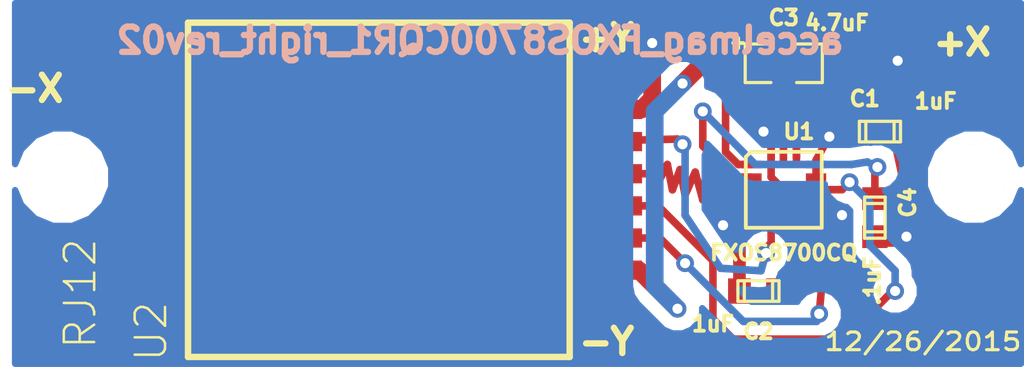
<source format=kicad_pcb>
(kicad_pcb (version 4) (host pcbnew "(2015-08-20 BZR 6109)-product")

  (general
    (links 21)
    (no_connects 0)
    (area 130.5 101.5 171.279762 116.000001)
    (thickness 1.6)
    (drawings 6)
    (tracks 130)
    (zones 0)
    (modules 8)
    (nets 9)
  )

  (page A)
  (layers
    (0 F.Cu signal)
    (31 B.Cu signal)
    (32 B.Adhes user)
    (33 F.Adhes user)
    (34 B.Paste user)
    (35 F.Paste user)
    (36 B.SilkS user)
    (37 F.SilkS user)
    (38 B.Mask user)
    (39 F.Mask user)
    (40 Dwgs.User user)
    (41 Cmts.User user)
    (42 Eco1.User user)
    (43 Eco2.User user)
    (44 Edge.Cuts user)
  )

  (setup
    (last_trace_width 0.5)
    (user_trace_width 0.1)
    (user_trace_width 0.15)
    (user_trace_width 0.2)
    (user_trace_width 0.25)
    (user_trace_width 0.3)
    (user_trace_width 0.35)
    (user_trace_width 0.4)
    (user_trace_width 0.5)
    (user_trace_width 0.6)
    (user_trace_width 0.7)
    (user_trace_width 0.8)
    (user_trace_width 1)
    (trace_clearance 0.05)
    (zone_clearance 0.5)
    (zone_45_only no)
    (trace_min 0.1)
    (segment_width 0.2)
    (edge_width 0.1)
    (via_size 0.7)
    (via_drill 0.4)
    (via_min_size 0.7)
    (via_min_drill 0.4)
    (uvia_size 0.4)
    (uvia_drill 0.127)
    (uvias_allowed no)
    (uvia_min_size 0.4)
    (uvia_min_drill 0.127)
    (pcb_text_width 0.3)
    (pcb_text_size 1.5 1.5)
    (mod_edge_width 0.15)
    (mod_text_size 1 1)
    (mod_text_width 0.15)
    (pad_size 2.60096 1.6002)
    (pad_drill 0)
    (pad_to_mask_clearance 0)
    (aux_axis_origin 0 0)
    (visible_elements 7FFFFFFF)
    (pcbplotparams
      (layerselection 0x00030_80000001)
      (usegerberextensions true)
      (excludeedgelayer true)
      (linewidth 0.150000)
      (plotframeref false)
      (viasonmask false)
      (mode 1)
      (useauxorigin false)
      (hpglpennumber 1)
      (hpglpenspeed 20)
      (hpglpendiameter 15)
      (hpglpenoverlay 2)
      (psnegative false)
      (psa4output false)
      (plotreference true)
      (plotvalue true)
      (plotinvisibletext false)
      (padsonsilk false)
      (subtractmaskfromsilk false)
      (outputformat 1)
      (mirror false)
      (drillshape 0)
      (scaleselection 1)
      (outputdirectory ""))
  )

  (net 0 "")
  (net 1 GND)
  (net 2 INT1)
  (net 3 INT2)
  (net 4 SCL)
  (net 5 SDA)
  (net 6 Vdd)
  (net 7 "Net-(C2-Pad1)")
  (net 8 "Net-(C4-Pad1)")

  (net_class Default "This is the default net class."
    (clearance 0.05)
    (trace_width 0.5)
    (via_dia 0.7)
    (via_drill 0.4)
    (uvia_dia 0.4)
    (uvia_drill 0.127)
    (add_net GND)
    (add_net INT1)
    (add_net INT2)
    (add_net "Net-(C2-Pad1)")
    (add_net "Net-(C4-Pad1)")
    (add_net SCL)
    (add_net SDA)
    (add_net Vdd)
  )

  (module ted_capacitors:TED_SM1608_0603_C (layer F.Cu) (tedit 5411E2B4) (tstamp 567F2271)
    (at 165.3 106.7)
    (descr "SMT capacitor, 0603")
    (path /52959381)
    (fp_text reference C1 (at -0.6 -1.3) (layer F.SilkS)
      (effects (font (size 0.6 0.6) (thickness 0.15)))
    )
    (fp_text value 1uF (at 2.2 -1.2) (layer F.SilkS)
      (effects (font (size 0.6 0.6) (thickness 0.15)))
    )
    (fp_line (start 0.5588 0.4064) (end 0.5588 -0.4064) (layer F.SilkS) (width 0.127))
    (fp_line (start -0.5588 -0.381) (end -0.5588 0.4064) (layer F.SilkS) (width 0.127))
    (fp_line (start -0.8128 -0.4064) (end 0.8128 -0.4064) (layer F.SilkS) (width 0.127))
    (fp_line (start 0.8128 -0.4064) (end 0.8128 0.4064) (layer F.SilkS) (width 0.127))
    (fp_line (start 0.8128 0.4064) (end -0.8128 0.4064) (layer F.SilkS) (width 0.127))
    (fp_line (start -0.8128 0.4064) (end -0.8128 -0.4064) (layer F.SilkS) (width 0.127))
    (pad 2 smd rect (at 0.75184 0) (size 0.89916 1.00076) (layers F.Cu F.Paste F.Mask)
      (net 1 GND) (clearance 0.1))
    (pad 1 smd rect (at -0.75184 0) (size 0.89916 1.00076) (layers F.Cu F.Paste F.Mask)
      (net 6 Vdd) (clearance 0.1))
    (model smd/capacitors/c_0603.wrl
      (at (xyz 0 0 0))
      (scale (xyz 1 1 1))
      (rotate (xyz 0 0 0))
    )
  )

  (module ted_capacitors:TED_SM1608_0603_C (layer F.Cu) (tedit 5411E2B4) (tstamp 567F227C)
    (at 160.5 113 180)
    (descr "SMT capacitor, 0603")
    (path /54A72FC4)
    (fp_text reference C2 (at 0 -1.6 180) (layer F.SilkS)
      (effects (font (size 0.6 0.6) (thickness 0.15)))
    )
    (fp_text value 1uF (at 1.8 -1.3 180) (layer F.SilkS)
      (effects (font (size 0.6 0.6) (thickness 0.15)))
    )
    (fp_line (start 0.5588 0.4064) (end 0.5588 -0.4064) (layer F.SilkS) (width 0.127))
    (fp_line (start -0.5588 -0.381) (end -0.5588 0.4064) (layer F.SilkS) (width 0.127))
    (fp_line (start -0.8128 -0.4064) (end 0.8128 -0.4064) (layer F.SilkS) (width 0.127))
    (fp_line (start 0.8128 -0.4064) (end 0.8128 0.4064) (layer F.SilkS) (width 0.127))
    (fp_line (start 0.8128 0.4064) (end -0.8128 0.4064) (layer F.SilkS) (width 0.127))
    (fp_line (start -0.8128 0.4064) (end -0.8128 -0.4064) (layer F.SilkS) (width 0.127))
    (pad 2 smd rect (at 0.75184 0 180) (size 0.89916 1.00076) (layers F.Cu F.Paste F.Mask)
      (net 1 GND) (clearance 0.1))
    (pad 1 smd rect (at -0.75184 0 180) (size 0.89916 1.00076) (layers F.Cu F.Paste F.Mask)
      (net 7 "Net-(C2-Pad1)") (clearance 0.1))
    (model smd/capacitors/c_0603.wrl
      (at (xyz 0 0 0))
      (scale (xyz 1 1 1))
      (rotate (xyz 0 0 0))
    )
  )

  (module ted_capacitors:TED_SM1608_0603_C (layer F.Cu) (tedit 5411E2B4) (tstamp 567F2292)
    (at 165.1 110.1 270)
    (descr "SMT capacitor, 0603")
    (path /52A5541B)
    (fp_text reference C4 (at -0.6 -1.3 270) (layer F.SilkS)
      (effects (font (size 0.6 0.6) (thickness 0.15)))
    )
    (fp_text value .1uF (at 2.5 0.1 270) (layer F.SilkS)
      (effects (font (size 0.6 0.6) (thickness 0.15)))
    )
    (fp_line (start 0.5588 0.4064) (end 0.5588 -0.4064) (layer F.SilkS) (width 0.127))
    (fp_line (start -0.5588 -0.381) (end -0.5588 0.4064) (layer F.SilkS) (width 0.127))
    (fp_line (start -0.8128 -0.4064) (end 0.8128 -0.4064) (layer F.SilkS) (width 0.127))
    (fp_line (start 0.8128 -0.4064) (end 0.8128 0.4064) (layer F.SilkS) (width 0.127))
    (fp_line (start 0.8128 0.4064) (end -0.8128 0.4064) (layer F.SilkS) (width 0.127))
    (fp_line (start -0.8128 0.4064) (end -0.8128 -0.4064) (layer F.SilkS) (width 0.127))
    (pad 2 smd rect (at 0.75184 0 270) (size 0.89916 1.00076) (layers F.Cu F.Paste F.Mask)
      (net 1 GND) (clearance 0.1))
    (pad 1 smd rect (at -0.75184 0 270) (size 0.89916 1.00076) (layers F.Cu F.Paste F.Mask)
      (net 8 "Net-(C4-Pad1)") (clearance 0.1))
    (model smd/capacitors/c_0603.wrl
      (at (xyz 0 0 0))
      (scale (xyz 1 1 1))
      (rotate (xyz 0 0 0))
    )
  )

  (module ted_holes:TED_Hole_2_6mm (layer F.Cu) (tedit 0) (tstamp 567F229D)
    (at 133 108.5)
    (path /5365C78C)
    (fp_text reference H1 (at -0.05 -2.425) (layer F.SilkS) hide
      (effects (font (size 1 1) (thickness 0.15)))
    )
    (fp_text value HOLE (at 0.25 2.6) (layer F.SilkS) hide
      (effects (font (size 1 1) (thickness 0.15)))
    )
    (pad "" np_thru_hole circle (at 0 0) (size 2.6 2.6) (drill 2.6) (layers *.Cu *.Mask F.SilkS))
  )

  (module ted_holes:TED_Hole_2_6mm (layer F.Cu) (tedit 0) (tstamp 567F22A1)
    (at 169 108.5)
    (path /539CBE67)
    (fp_text reference H2 (at -0.05 -2.425) (layer F.SilkS) hide
      (effects (font (size 1 1) (thickness 0.15)))
    )
    (fp_text value HOLE (at 0.25 2.6) (layer F.SilkS) hide
      (effects (font (size 1 1) (thickness 0.15)))
    )
    (pad "" np_thru_hole circle (at 0 0) (size 2.6 2.6) (drill 2.6) (layers *.Cu *.Mask F.SilkS))
  )

  (module ted_ICs:TED_QFN16_3x5 (layer F.Cu) (tedit 0) (tstamp 567F22A5)
    (at 161.5 109)
    (path /54A72EE3)
    (solder_paste_ratio -0.2)
    (clearance 0.1)
    (fp_text reference U1 (at 0.6 -2.3) (layer F.SilkS)
      (effects (font (size 0.6 0.6) (thickness 0.15)))
    )
    (fp_text value FXOS8700CQ (at 0 2.49) (layer F.SilkS)
      (effects (font (size 0.6 0.6) (thickness 0.15)))
    )
    (fp_line (start -1.3 -1.5) (end 1.5 -1.5) (layer F.SilkS) (width 0.14986))
    (fp_line (start -1.5 -1.3) (end -1.5 1.5) (layer F.SilkS) (width 0.14986))
    (fp_line (start -1.3 -1.5) (end -1.5 -1.3) (layer F.SilkS) (width 0.14986))
    (fp_line (start 1.5 1.5) (end -1.5 1.5) (layer F.SilkS) (width 0.14986))
    (fp_line (start 1.5 -1.5) (end 1.5 1.5) (layer F.SilkS) (width 0.14986))
    (pad 2 smd rect (at -1.275 -0.5) (size 0.8 0.3) (layers F.Cu F.Paste F.Mask)
      (net 8 "Net-(C4-Pad1)"))
    (pad 1 smd rect (at -1.275 -1) (size 0.8 0.3) (layers F.Cu F.Paste F.Mask)
      (net 6 Vdd))
    (pad 13 smd rect (at 1.275 -1) (size 0.8 0.3) (layers F.Cu F.Paste F.Mask)
      (net 1 GND))
    (pad 3 smd rect (at -1.275 -0.005) (size 0.8 0.3) (layers F.Cu F.Paste F.Mask)
      (net 1 GND))
    (pad 4 smd rect (at -1.275 0.5) (size 0.8 0.3) (layers F.Cu F.Paste F.Mask)
      (net 4 SCL))
    (pad 5 smd rect (at -1.275 1) (size 0.8 0.3) (layers F.Cu F.Paste F.Mask)
      (net 1 GND))
    (pad 6 smd rect (at -0.5 1.275) (size 0.3 0.8) (layers F.Cu F.Paste F.Mask)
      (net 5 SDA))
    (pad 7 smd rect (at -0.035 1.275) (size 0.3 0.8) (layers F.Cu F.Paste F.Mask)
      (net 1 GND))
    (pad 8 smd rect (at 0.5 1.275) (size 0.3 0.8) (layers F.Cu F.Paste F.Mask)
      (net 7 "Net-(C2-Pad1)"))
    (pad 9 smd rect (at 1.275 1) (size 0.8 0.3) (layers F.Cu F.Paste F.Mask)
      (net 3 INT2))
    (pad 10 smd rect (at 1.275 0.5) (size 0.8 0.3) (layers F.Cu F.Paste F.Mask)
      (net 1 GND))
    (pad 11 smd rect (at 1.275 -0.005) (size 0.8 0.3) (layers F.Cu F.Paste F.Mask)
      (net 2 INT1))
    (pad 12 smd rect (at 1.275 -0.5) (size 0.8 0.3) (layers F.Cu F.Paste F.Mask)
      (net 1 GND))
    (pad 14 smd rect (at 0.5 -1.275) (size 0.3 0.8) (layers F.Cu F.Paste F.Mask)
      (net 6 Vdd))
    (pad 15 smd rect (at -0.015 -1.275) (size 0.3 0.8) (layers F.Cu F.Paste F.Mask))
    (pad 16 smd rect (at -0.5 -1.275) (size 0.3 0.8) (layers F.Cu F.Paste F.Mask)
      (net 1 GND))
  )

  (module ted_connectors:TED_RJ12_855135002 (layer F.Cu) (tedit 0) (tstamp 567F22B8)
    (at 145.5 109 90)
    (path /539B7C14)
    (fp_text reference U2 (at -5.6 -9 90) (layer F.SilkS)
      (effects (font (size 1.2 1.2) (thickness 0.09906)))
    )
    (fp_text value RJ12 (at -4.1 -11.8 270) (layer F.SilkS)
      (effects (font (size 1.2 1.2) (thickness 0.09906)))
    )
    (fp_line (start -6.605 -7.54) (end 6.605 -7.54) (layer F.SilkS) (width 0.254))
    (fp_line (start 6.605 -7.54) (end 6.605 7.54) (layer F.SilkS) (width 0.254))
    (fp_line (start 6.605 7.54) (end -6.605 7.54) (layer F.SilkS) (width 0.254))
    (fp_line (start -6.605 7.54) (end -6.605 -7.54) (layer F.SilkS) (width 0.254))
    (pad 6 smd rect (at -3.175 7.9 90) (size 0.76 5) (layers F.Cu F.Paste F.Mask)
      (net 6 Vdd) (clearance 0.2))
    (pad 4 smd rect (at -0.635 7.9 90) (size 0.76 5) (layers F.Cu F.Paste F.Mask)
      (net 2 INT1) (clearance 0.2))
    (pad 2 smd rect (at 1.905 7.9 90) (size 0.76 5) (layers F.Cu F.Paste F.Mask)
      (net 5 SDA) (clearance 0.2))
    (pad 3 smd rect (at 0.635 7.9 90) (size 0.76 5) (layers F.Cu F.Paste F.Mask)
      (net 4 SCL) (clearance 0.2))
    (pad 1 smd rect (at 3.175 7.9 90) (size 0.76 5) (layers F.Cu F.Paste F.Mask)
      (net 1 GND) (clearance 0.2))
    (pad 5 smd rect (at -1.905 7.9 90) (size 0.76 5) (layers F.Cu F.Paste F.Mask)
      (net 3 INT2) (clearance 0.2))
    (pad PAD smd rect (at 0 -8.15 90) (size 8.8 4.5) (layers F.Cu F.Paste F.Mask))
  )

  (module ted_capacitors:TED_SM2012_0805_ELEC_C (layer F.Cu) (tedit 0) (tstamp 567F80CC)
    (at 161.5 104)
    (path /54A72EF7)
    (attr smd)
    (fp_text reference C3 (at 0 -1.8) (layer F.SilkS)
      (effects (font (size 0.6 0.6) (thickness 0.15)))
    )
    (fp_text value 4.7uF (at 2.1 -1.6) (layer F.SilkS)
      (effects (font (size 0.6 0.6) (thickness 0.15)))
    )
    (fp_line (start -2 -0.8) (end -1.6 -0.8) (layer F.SilkS) (width 0.15))
    (fp_line (start -1.8 -0.6) (end -1.8 -1) (layer F.SilkS) (width 0.15))
    (fp_line (start -0.508 0.762) (end -1.524 0.762) (layer F.SilkS) (width 0.127))
    (fp_line (start -1.524 0.762) (end -1.524 -0.762) (layer F.SilkS) (width 0.127))
    (fp_line (start -1.524 -0.762) (end -0.508 -0.762) (layer F.SilkS) (width 0.127))
    (fp_line (start 0.508 -0.762) (end 1.524 -0.762) (layer F.SilkS) (width 0.127))
    (fp_line (start 1.524 -0.762) (end 1.524 0.762) (layer F.SilkS) (width 0.127))
    (fp_line (start 1.524 0.762) (end 0.508 0.762) (layer F.SilkS) (width 0.127))
    (pad 1 smd rect (at -0.9525 0) (size 0.889 1.397) (layers F.Cu F.Paste F.Mask)
      (net 6 Vdd))
    (pad 2 smd rect (at 0.9525 0) (size 0.889 1.397) (layers F.Cu F.Paste F.Mask)
      (net 1 GND))
    (model smd/chip_cms.wrl
      (at (xyz 0 0 0))
      (scale (xyz 0.1 0.1 0.1))
      (rotate (xyz 0 0 0))
    )
  )

  (gr_text accelmag_FXOS8700CQR1_right_rev02 (at 149.5 103.1) (layer B.SilkS)
    (effects (font (size 1 1) (thickness 0.25)) (justify mirror))
  )
  (gr_text 12/26/2015 (at 167 115) (layer F.SilkS)
    (effects (font (size 0.7 0.8) (thickness 0.125)))
  )
  (gr_text -X (at 131.9 105) (layer F.SilkS)
    (effects (font (size 1 1) (thickness 0.25)))
  )
  (gr_text -Y (at 154.5 115) (layer F.SilkS)
    (effects (font (size 1 1) (thickness 0.25)))
  )
  (gr_text +X (at 168.55 103.17) (layer F.SilkS)
    (effects (font (size 1 1) (thickness 0.25)))
  )
  (gr_text +Y (at 154.5 103) (layer F.SilkS)
    (effects (font (size 1 1) (thickness 0.25)))
  )

  (segment (start 162.4525 104) (end 165.9 104) (width 0.8) (layer F.Cu) (net 1))
  (segment (start 165.9 104) (end 166 103.9) (width 0.8) (layer F.Cu) (net 1))
  (segment (start 162.775 109.5) (end 163.3 109.5) (width 0.3) (layer F.Cu) (net 1))
  (via (at 163.8 110) (size 0.7) (layers F.Cu B.Cu) (net 1))
  (segment (start 163.3 109.5) (end 163.8 110) (width 0.3) (layer F.Cu) (net 1) (tstamp 55AF0E9E))
  (segment (start 160.225 108.995) (end 161.195 108.995) (width 0.3) (layer F.Cu) (net 1))
  (segment (start 161.195 108.995) (end 161.465 109.265) (width 0.3) (layer F.Cu) (net 1) (tstamp 55AF0E84))
  (segment (start 159.74816 113) (end 159.74816 111.04816) (width 0.5) (layer F.Cu) (net 1))
  (segment (start 159.74816 111.04816) (end 159.1 110.4) (width 0.5) (layer F.Cu) (net 1) (tstamp 55AF0D83))
  (segment (start 161.465 110.275) (end 161.465 109.265) (width 0.3) (layer F.Cu) (net 1))
  (segment (start 161.465 109.265) (end 161.465 108.965) (width 0.3) (layer F.Cu) (net 1) (tstamp 55AF0E87))
  (segment (start 162.775 109.5) (end 162 109.5) (width 0.3) (layer F.Cu) (net 1))
  (segment (start 162 109.5) (end 161.465 108.965) (width 0.3) (layer F.Cu) (net 1) (tstamp 55AF0D40))
  (segment (start 161 108.5) (end 161 107.725) (width 0.3) (layer F.Cu) (net 1) (tstamp 55AF0D42))
  (segment (start 161.465 108.965) (end 161 108.5) (width 0.3) (layer F.Cu) (net 1) (tstamp 55AF0D4E))
  (segment (start 160.225 110) (end 159.5 110) (width 0.3) (layer F.Cu) (net 1))
  (segment (start 159.1 110.4) (end 159.1 110.3) (width 0.3) (layer B.Cu) (net 1) (tstamp 55AF0C19))
  (via (at 159.1 110.4) (size 0.7) (layers F.Cu B.Cu) (net 1))
  (segment (start 159.5 110) (end 159.1 110.4) (width 0.3) (layer F.Cu) (net 1) (tstamp 55AF0C15))
  (segment (start 162.775 108) (end 162.775 107.825) (width 0.3) (layer F.Cu) (net 1))
  (via (at 163.3 106.9) (size 0.7) (layers F.Cu B.Cu) (net 1))
  (segment (start 162.775 107.825) (end 163.3 106.9) (width 0.3) (layer F.Cu) (net 1) (tstamp 55AF0BB1))
  (segment (start 162.775 108.5) (end 162.775 108) (width 0.3) (layer F.Cu) (net 1))
  (via (at 166.34816 110.85184) (size 0.7) (drill 0.4) (layers F.Cu B.Cu) (net 1))
  (segment (start 166.3 110.8) (end 166.3 110.80368) (width 0.7) (layer B.Cu) (net 1) (tstamp 55AF0B90))
  (segment (start 166.3 110.80368) (end 166.34816 110.85184) (width 0.7) (layer B.Cu) (net 1) (tstamp 55AF0B8F))
  (segment (start 161 107.725) (end 161 107) (width 0.3) (layer F.Cu) (net 1))
  (via (at 160.7 106.7) (size 0.7) (layers F.Cu B.Cu) (net 1))
  (segment (start 161 107) (end 160.7 106.7) (width 0.3) (layer F.Cu) (net 1) (tstamp 55AF0B47))
  (segment (start 165.1 110.85184) (end 166.34816 110.85184) (width 0.8) (layer F.Cu) (net 1))
  (segment (start 166.34816 110.85184) (end 166.6 110.6) (width 0.8) (layer F.Cu) (net 1) (tstamp 55AF0B02))
  (segment (start 166.6 110.6) (end 166.4 108.3) (width 0.8) (layer F.Cu) (net 1) (tstamp 55AF0B05))
  (segment (start 166.4 108.3) (end 166.05184 106.7) (width 0.8) (layer F.Cu) (net 1) (tstamp 55AF0B07) (status 20))
  (segment (start 166.05184 106.7) (end 165.75184 104.14816) (width 0.8) (layer F.Cu) (net 1) (status 10))
  (segment (start 165.75184 104.14816) (end 166 103.9) (width 0.8) (layer F.Cu) (net 1) (tstamp 55AF0AF9))
  (via (at 166 103.9) (size 0.7) (layers F.Cu B.Cu) (net 1))
  (segment (start 153.4 105.825) (end 155.875 105.825) (width 0.7) (layer F.Cu) (net 1))
  (via (at 156.3 103.2) (size 0.7) (layers F.Cu B.Cu) (net 1))
  (segment (start 156.3 105.4) (end 156.3 103.2) (width 0.7) (layer F.Cu) (net 1) (tstamp 55AF0AE1))
  (segment (start 155.875 105.825) (end 156.3 105.4) (width 0.7) (layer F.Cu) (net 1) (tstamp 55AF0ADE))
  (segment (start 162.775 108.995) (end 163.805 108.995) (width 0.3) (layer F.Cu) (net 2))
  (segment (start 156.535 109.635) (end 158.7 111.8) (width 0.3) (layer F.Cu) (net 2) (tstamp 55AF0CE5))
  (segment (start 158.7 111.8) (end 158.7 114.1) (width 0.3) (layer F.Cu) (net 2) (tstamp 55AF0CEB))
  (segment (start 158.7 114.1) (end 159.5 114.9) (width 0.3) (layer F.Cu) (net 2) (tstamp 55AF0CEE))
  (segment (start 159.5 114.9) (end 163.9 114.9) (width 0.3) (layer F.Cu) (net 2) (tstamp 55AF0CEF))
  (segment (start 163.9 114.9) (end 165.8 113) (width 0.3) (layer F.Cu) (net 2) (tstamp 55AF0CF1))
  (segment (start 156.535 109.635) (end 153.4 109.635) (width 0.3) (layer F.Cu) (net 2))
  (segment (start 165.9 113) (end 165.8 113) (width 0.3) (layer F.Cu) (net 2) (tstamp 55AF0D31))
  (via (at 165.9 113) (size 0.7) (layers F.Cu B.Cu) (net 2))
  (segment (start 165.9 112.2) (end 165.9 113) (width 0.3) (layer B.Cu) (net 2) (tstamp 55AF0D2E))
  (segment (start 164.9 111.2) (end 165.9 112.2) (width 0.3) (layer B.Cu) (net 2) (tstamp 55AF0D2B))
  (segment (start 164.9 109.5) (end 164.9 111.2) (width 0.3) (layer B.Cu) (net 2) (tstamp 55AF0D28))
  (segment (start 164.1 108.7) (end 164.9 109.5) (width 0.3) (layer B.Cu) (net 2) (tstamp 55AF0D27))
  (via (at 164.1 108.7) (size 0.7) (layers F.Cu B.Cu) (net 2))
  (segment (start 163.805 108.995) (end 164.1 108.7) (width 0.3) (layer F.Cu) (net 2) (tstamp 55AF0D1D))
  (segment (start 162.775 110) (end 162.9 110) (width 0.3) (layer F.Cu) (net 3))
  (segment (start 156.605 110.905) (end 153.4 110.905) (width 0.3) (layer F.Cu) (net 3) (tstamp 55AF0CE2))
  (segment (start 157.6 111.9) (end 156.605 110.905) (width 0.3) (layer F.Cu) (net 3) (tstamp 55AF0CE1))
  (via (at 157.6 111.9) (size 0.7) (layers F.Cu B.Cu) (net 3))
  (segment (start 159.9 114.2) (end 157.6 111.9) (width 0.3) (layer B.Cu) (net 3) (tstamp 55AF0CDE))
  (segment (start 162.8 114.2) (end 159.9 114.2) (width 0.3) (layer B.Cu) (net 3) (tstamp 55AF0CDC))
  (segment (start 162.9 113.9) (end 162.8 114.2) (width 0.3) (layer B.Cu) (net 3) (tstamp 55AF0CDB))
  (via (at 162.9 113.9) (size 0.7) (layers F.Cu B.Cu) (net 3))
  (segment (start 163.204216 110.500377) (end 162.9 113.9) (width 0.3) (layer F.Cu) (net 3) (tstamp 55AF0CD7))
  (segment (start 162.9 110) (end 163.204216 110.500377) (width 0.3) (layer F.Cu) (net 3) (tstamp 55AF0CD5))
  (segment (start 156.534483 108.713793) (end 156.4 108) (width 0.3) (layer F.Cu) (net 4))
  (segment (start 156.303966 108.365) (end 153.4 108.365) (width 0.3) (layer F.Cu) (net 4) (tstamp 55AF0F35))
  (segment (start 156.4 108) (end 156.303966 108.365) (width 0.3) (layer F.Cu) (net 4) (tstamp 55AF0F34))
  (segment (start 160.225 109.5) (end 158.9 109.5) (width 0.3) (layer F.Cu) (net 4))
  (segment (start 158.7 108.4) (end 158.3 109.4) (width 0.3) (layer F.Cu) (net 4) (tstamp 55AF0A98))
  (segment (start 158.3 109.4) (end 158 108.3) (width 0.3) (layer F.Cu) (net 4) (tstamp 55AF0EEC))
  (segment (start 158 108.3) (end 157.6 109.2) (width 0.3) (layer F.Cu) (net 4) (tstamp 55AF0EF3))
  (segment (start 157.6 109.2) (end 157.4 108.2) (width 0.3) (layer F.Cu) (net 4) (tstamp 55AF0EFA))
  (segment (start 157.4 108.2) (end 157.1 109) (width 0.3) (layer F.Cu) (net 4) (tstamp 55AF0F00))
  (segment (start 157.1 109) (end 156.9 108) (width 0.3) (layer F.Cu) (net 4) (tstamp 55AF0F07))
  (segment (start 156.9 108) (end 156.9 108) (width 0.3) (layer F.Cu) (net 4) (tstamp 55AF0F1D))
  (segment (start 156.9 108) (end 156.534483 108.713793) (width 0.3) (layer F.Cu) (net 4) (tstamp 55AF0F0E))
  (segment (start 156.534483 108.713793) (end 156.5 108.8) (width 0.3) (layer F.Cu) (net 4) (tstamp 55AF0F32))
  (segment (start 158.9 109.5) (end 158.7 108.4) (width 0.3) (layer F.Cu) (net 4) (tstamp 55AF0A94))
  (segment (start 153.4 107.095) (end 157.295 106.995) (width 0.3) (layer F.Cu) (net 5))
  (segment (start 161 111.1) (end 161 110.275) (width 0.3) (layer F.Cu) (net 5) (tstamp 55AF0AB6))
  (segment (start 160.9 111.2) (end 161 111.1) (width 0.3) (layer F.Cu) (net 5) (tstamp 55AF0AB4))
  (segment (start 160.9 111.4) (end 160.9 111.2) (width 0.3) (layer F.Cu) (net 5) (tstamp 55AF0AB3))
  (segment (start 160.8 111.5) (end 160.9 111.4) (width 0.3) (layer F.Cu) (net 5) (tstamp 55AF0AB2))
  (via (at 160.8 111.5) (size 0.7) (layers F.Cu B.Cu) (net 5))
  (segment (start 160.6 112.2) (end 160.8 111.5) (width 0.3) (layer B.Cu) (net 5) (tstamp 55AF0AAF))
  (segment (start 157.6 110) (end 159 112.1) (width 0.3) (layer B.Cu) (net 5) (tstamp 55AF0AAD))
  (segment (start 159 112.1) (end 160.6 112.2) (width 0.3) (layer B.Cu) (net 5) (tstamp 55AF0E11))
  (segment (start 157.6 107.3) (end 157.6 110) (width 0.3) (layer B.Cu) (net 5) (tstamp 55AF0AAB))
  (segment (start 157.6 110) (end 157.6 110) (width 0.3) (layer B.Cu) (net 5) (tstamp 55AF0E05))
  (segment (start 157.5 107.2) (end 157.6 107.3) (width 0.3) (layer B.Cu) (net 5) (tstamp 55AF0AAA))
  (via (at 157.5 107.2) (size 0.7) (layers F.Cu B.Cu) (net 5))
  (segment (start 157.295 106.995) (end 157.5 107.2) (width 0.3) (layer F.Cu) (net 5) (tstamp 55AF0AA1))
  (segment (start 159.536159 104) (end 160.5475 104) (width 0.8) (layer F.Cu) (net 6))
  (segment (start 158.3 104) (end 159.536159 104) (width 0.8) (layer F.Cu) (net 6))
  (segment (start 162 106.5) (end 160.5475 105.0475) (width 0.3) (layer F.Cu) (net 6))
  (segment (start 160.5475 105.0475) (end 160.5475 104) (width 0.3) (layer F.Cu) (net 6))
  (segment (start 162 107) (end 162 106.5) (width 0.3) (layer F.Cu) (net 6))
  (segment (start 159.2 107.5) (end 159.2 104.5) (width 0.3) (layer F.Cu) (net 6))
  (segment (start 159.2 104.5) (end 159.7 104) (width 0.3) (layer F.Cu) (net 6))
  (segment (start 159.7 108) (end 159.2 107.5) (width 0.3) (layer F.Cu) (net 6))
  (segment (start 160.225 108) (end 159.7 108) (width 0.3) (layer F.Cu) (net 6))
  (segment (start 153.4 112.175) (end 155.775 112.175) (width 0.7) (layer F.Cu) (net 6))
  (segment (start 157.5 104.8) (end 158.3 104) (width 0.7) (layer F.Cu) (net 6) (tstamp 55AF0B73))
  (via (at 157.5 104.8) (size 0.7) (layers F.Cu B.Cu) (net 6))
  (segment (start 156.4 105.9) (end 157.5 104.8) (width 0.7) (layer B.Cu) (net 6) (tstamp 55AF0B6D))
  (segment (start 156.4 112.8) (end 156.4 105.9) (width 0.7) (layer B.Cu) (net 6) (tstamp 55AF0B68))
  (segment (start 157.3 113.7) (end 156.4 112.8) (width 0.7) (layer B.Cu) (net 6) (tstamp 55AF0B67))
  (via (at 157.3 113.7) (size 0.7) (layers F.Cu B.Cu) (net 6))
  (segment (start 155.775 112.175) (end 157.3 113.7) (width 0.7) (layer F.Cu) (net 6) (tstamp 55AF0B62))
  (segment (start 159.7 104) (end 159.69914 104) (width 0.3) (layer F.Cu) (net 6) (tstamp 55AF0B59))
  (segment (start 164.54816 106.7) (end 164.4 106.7) (width 0.3) (layer F.Cu) (net 6) (status 30))
  (segment (start 162 107) (end 162 107.725) (width 0.3) (layer F.Cu) (net 6) (tstamp 55AF0B34))
  (segment (start 162.3 106.7) (end 162 107) (width 0.3) (layer F.Cu) (net 6) (tstamp 55AF0B33))
  (segment (start 163.8 106.1) (end 162.9 106.1) (width 0.3) (layer F.Cu) (net 6) (tstamp 55AF0B32))
  (segment (start 162.9 106.1) (end 162.3 106.7) (width 0.3) (layer F.Cu) (net 6) (tstamp 55AF0B56))
  (segment (start 164.4 106.7) (end 163.8 106.1) (width 0.3) (layer F.Cu) (net 6) (tstamp 55AF0B30) (status 10))
  (segment (start 162 110.275) (end 162 112.25184) (width 0.3) (layer F.Cu) (net 7))
  (segment (start 162 112.25184) (end 161.25184 113) (width 0.3) (layer F.Cu) (net 7) (tstamp 55AF0D57))
  (segment (start 158.3 105.9) (end 158.3 107.275) (width 0.3) (layer F.Cu) (net 8))
  (segment (start 158.3 107.275) (end 159.525 108.5) (width 0.3) (layer F.Cu) (net 8))
  (segment (start 159.525 108.5) (end 160.225 108.5) (width 0.3) (layer F.Cu) (net 8))
  (segment (start 165.1 108.2) (end 165.1 109.34816) (width 0.3) (layer F.Cu) (net 8) (tstamp 55AF0C43))
  (segment (start 165.2 108.1) (end 165.1 108.2) (width 0.3) (layer F.Cu) (net 8) (tstamp 55AF0C42))
  (via (at 165.2 108.1) (size 0.7) (layers F.Cu B.Cu) (net 8))
  (segment (start 164.8 107.9) (end 165.2 108.1) (width 0.3) (layer B.Cu) (net 8) (tstamp 55AF0C3F))
  (segment (start 164.175 108) (end 164.8 107.9) (width 0.3) (layer B.Cu) (net 8) (tstamp 55AF0C3E))
  (segment (start 160.375 108) (end 164.175 108) (width 0.3) (layer B.Cu) (net 8) (tstamp 55AF0C38))
  (segment (start 158.3 105.9) (end 160.375 108) (width 0.3) (layer B.Cu) (net 8) (tstamp 55AF0C37))
  (via (at 158.3 105.9) (size 0.7) (layers F.Cu B.Cu) (net 8))

  (zone (net 1) (net_name GND) (layer B.Cu) (tstamp 539B87D1) (hatch edge 0.508)
    (connect_pads (clearance 0.5))
    (min_thickness 0.254)
    (fill yes (arc_segments 16) (thermal_gap 0.508) (thermal_bridge_width 0.508))
    (polygon
      (pts
        (xy 131 101.5) (xy 171 101.5) (xy 171 116) (xy 131 116)
      )
    )
    (filled_polygon
      (pts
        (xy 170.873 107.98688) (xy 170.634584 107.409868) (xy 170.092983 106.867322) (xy 169.384986 106.573335) (xy 168.618378 106.572666)
        (xy 167.909868 106.865416) (xy 167.367322 107.407017) (xy 167.073335 108.115014) (xy 167.072666 108.881622) (xy 167.365416 109.590132)
        (xy 167.907017 110.132678) (xy 168.615014 110.426665) (xy 169.381622 110.427334) (xy 170.090132 110.134584) (xy 170.632678 109.592983)
        (xy 170.873 109.014225) (xy 170.873 115.873) (xy 131.127 115.873) (xy 131.127 109.01312) (xy 131.365416 109.590132)
        (xy 131.907017 110.132678) (xy 132.615014 110.426665) (xy 133.381622 110.427334) (xy 134.090132 110.134584) (xy 134.632678 109.592983)
        (xy 134.926665 108.884986) (xy 134.927334 108.118378) (xy 134.634584 107.409868) (xy 134.092983 106.867322) (xy 133.384986 106.573335)
        (xy 132.618378 106.572666) (xy 131.909868 106.865416) (xy 131.367322 107.407017) (xy 131.127 107.985775) (xy 131.127 105.9)
        (xy 155.423 105.9) (xy 155.423 112.8) (xy 155.49737 113.173882) (xy 155.663826 113.423) (xy 155.709157 113.490843)
        (xy 156.607981 114.389667) (xy 156.745851 114.527778) (xy 157.10481 114.67683) (xy 157.493485 114.67717) (xy 157.852703 114.528744)
        (xy 158.127778 114.254149) (xy 158.27683 113.89519) (xy 158.277022 113.675866) (xy 159.350578 114.749422) (xy 159.602655 114.917854)
        (xy 159.9 114.977) (xy 162.8 114.977) (xy 162.827382 114.971553) (xy 162.855081 114.975045) (xy 162.9752 114.94215)
        (xy 163.097345 114.917854) (xy 163.120557 114.902344) (xy 163.147485 114.89497) (xy 163.245871 114.818612) (xy 163.263155 114.807064)
        (xy 163.452703 114.728744) (xy 163.727778 114.454149) (xy 163.87683 114.09519) (xy 163.87717 113.706515) (xy 163.728744 113.347297)
        (xy 163.454149 113.072222) (xy 163.09519 112.92317) (xy 162.706515 112.92283) (xy 162.347297 113.071256) (xy 162.072222 113.345851)
        (xy 162.040187 113.423) (xy 160.221844 113.423) (xy 159.722518 112.923674) (xy 160.551532 112.975487) (xy 160.619921 112.966272)
        (xy 160.688695 112.971921) (xy 160.768706 112.946225) (xy 160.851987 112.935004) (xy 160.911642 112.900321) (xy 160.977345 112.87922)
        (xy 161.041432 112.824861) (xy 161.11408 112.782624) (xy 161.155922 112.727751) (xy 161.208547 112.683114) (xy 161.246954 112.608367)
        (xy 161.297908 112.541544) (xy 161.315566 112.474837) (xy 161.347104 112.413458) (xy 161.378732 112.302761) (xy 161.627778 112.054149)
        (xy 161.77683 111.69519) (xy 161.77717 111.306515) (xy 161.628744 110.947297) (xy 161.354149 110.672222) (xy 160.99519 110.52317)
        (xy 160.606515 110.52283) (xy 160.247297 110.671256) (xy 159.972222 110.945851) (xy 159.82317 111.30481) (xy 159.82311 111.372928)
        (xy 159.432863 111.348538) (xy 158.377 109.764744) (xy 158.377 107.635609) (xy 158.47683 107.39519) (xy 158.477014 107.18463)
        (xy 159.822298 108.546122) (xy 159.824261 108.54745) (xy 159.825578 108.549422) (xy 159.949721 108.632371) (xy 160.073362 108.716061)
        (xy 160.075685 108.716537) (xy 160.077655 108.717854) (xy 160.224079 108.74698) (xy 160.370348 108.776986) (xy 160.372675 108.776538)
        (xy 160.375 108.777) (xy 163.122932 108.777) (xy 163.12283 108.893485) (xy 163.271256 109.252703) (xy 163.545851 109.527778)
        (xy 163.90481 109.67683) (xy 163.97805 109.676894) (xy 164.123 109.821844) (xy 164.123 111.2) (xy 164.182146 111.497345)
        (xy 164.350578 111.749422) (xy 165.064824 112.463668) (xy 164.92317 112.80481) (xy 164.92283 113.193485) (xy 165.071256 113.552703)
        (xy 165.345851 113.827778) (xy 165.70481 113.97683) (xy 166.093485 113.97717) (xy 166.452703 113.828744) (xy 166.727778 113.554149)
        (xy 166.87683 113.19519) (xy 166.87717 112.806515) (xy 166.728744 112.447297) (xy 166.677 112.395463) (xy 166.677 112.2)
        (xy 166.617854 111.902655) (xy 166.449422 111.650578) (xy 165.677 110.878156) (xy 165.677 109.5) (xy 165.617854 109.202655)
        (xy 165.503605 109.031669) (xy 165.752703 108.928744) (xy 166.027778 108.654149) (xy 166.17683 108.29519) (xy 166.17717 107.906515)
        (xy 166.028744 107.547297) (xy 165.754149 107.272222) (xy 165.39519 107.12317) (xy 165.006515 107.12283) (xy 164.956956 107.143308)
        (xy 164.916531 107.141783) (xy 164.855081 107.124955) (xy 164.766479 107.136124) (xy 164.677241 107.132759) (xy 164.113235 107.223)
        (xy 160.699573 107.223) (xy 159.277103 105.783392) (xy 159.27717 105.706515) (xy 159.128744 105.347297) (xy 158.854149 105.072222)
        (xy 158.49519 104.92317) (xy 158.476893 104.923154) (xy 158.47717 104.606515) (xy 158.328744 104.247297) (xy 158.054149 103.972222)
        (xy 157.69519 103.82317) (xy 157.306515 103.82283) (xy 156.947297 103.971256) (xy 156.672222 104.245851) (xy 156.672051 104.246263)
        (xy 155.709157 105.209157) (xy 155.49737 105.526118) (xy 155.423 105.9) (xy 131.127 105.9) (xy 131.127 101.627)
        (xy 170.873 101.627)
      )
    )
  )
)

</source>
